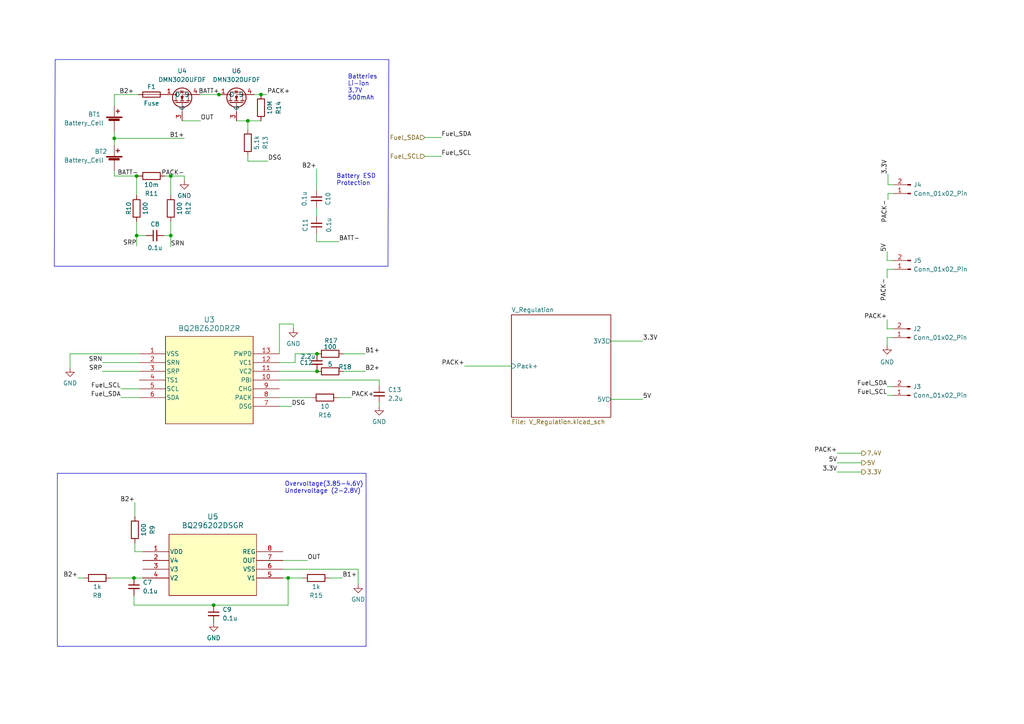
<source format=kicad_sch>
(kicad_sch (version 20230121) (generator eeschema)
  (paper "A4")
  (lib_symbols
    (symbol "Connector:Conn_01x02_Pin" (pin_names (offset 1.016) hide)
      (property "Reference" "J" (at 0 2.54 0))
      (property "Value" "Conn_01x02_Pin" (at 0 -5.08 0))
      (symbol "Conn_01x02_Pin_1_1"
        (polyline (pts (xy 1.27 -2.54) (xy 0.8636 -2.54)) (stroke (width 0.1524)))
        (polyline (pts (xy 1.27 0) (xy 0.8636 0)) (stroke (width 0.1524)))
        (rectangle (start 0.8636 -2.413) (end 0 -2.667) (stroke (width 0.1524)) (fill (type outline)))
        (rectangle (start 0.8636 0.127) (end 0 -0.127) (stroke (width 0.1524)) (fill (type outline)))
        (pin passive line (at 5.08 0 180) (length 3.81) (name "Pin_1") (number "1"))
        (pin passive line (at 5.08 -2.54 180) (length 3.81) (name "Pin_2") (number "2"))
      )
    )
    (symbol "Device:Battery_Cell" (pin_numbers hide) (pin_names (offset 0) hide)
      (property "Reference" "BT" (at 2.54 2.54 0))
      (property "Value" "Battery_Cell" (at 2.54 0 0))
      (symbol "Battery_Cell_0_1"
        (rectangle (start -2.286 1.778) (end 2.286 1.524) (fill (type outline)))
        (rectangle (start -1.5748 1.1938) (end 1.4732 0.6858) (fill (type outline)))
        (polyline (pts (xy 0 0.762) (xy 0 0)))
        (polyline (pts (xy 0 1.778) (xy 0 2.54)))
        (polyline (pts (xy 0.508 3.429) (xy 1.524 3.429)) (stroke (width 0.254)))
        (polyline (pts (xy 1.016 3.937) (xy 1.016 2.921)) (stroke (width 0.254)))
      )
      (symbol "Battery_Cell_1_1"
        (pin passive line (at 0 5.08 270) (length 2.54) (name "+") (number "1"))
        (pin passive line (at 0 -2.54 90) (length 2.54) (name "-") (number "2"))
      )
    )
    (symbol "Device:C_Small" (pin_numbers hide) (pin_names (offset 0.254) hide)
      (property "Reference" "C" (at 0.254 1.778 0))
      (property "Value" "C_Small" (at 0.254 -2.032 0))
      (symbol "C_Small_0_1"
        (polyline (pts (xy -1.524 -0.508) (xy 1.524 -0.508)) (stroke (width 0.3302)))
        (polyline (pts (xy -1.524 0.508) (xy 1.524 0.508)) (stroke (width 0.3048)))
      )
      (symbol "C_Small_1_1"
        (pin passive line (at 0 2.54 270) (length 2.032) (name "~") (number "1"))
        (pin passive line (at 0 -2.54 90) (length 2.032) (name "~") (number "2"))
      )
    )
    (symbol "Device:Fuse" (pin_numbers hide) (pin_names (offset 0))
      (property "Reference" "F" (at 2.032 0 90))
      (property "Value" "Fuse" (at -1.905 0 90))
      (symbol "Fuse_0_1"
        (rectangle (start -0.762 -2.54) (end 0.762 2.54) (stroke (width 0.254)))
        (polyline (pts (xy 0 2.54) (xy 0 -2.54)))
      )
      (symbol "Fuse_1_1"
        (pin passive line (at 0 3.81 270) (length 1.27) (name "~") (number "1"))
        (pin passive line (at 0 -3.81 90) (length 1.27) (name "~") (number "2"))
      )
    )
    (symbol "Device:R" (pin_numbers hide) (pin_names (offset 0))
      (property "Reference" "R" (at 2.032 0 90))
      (property "Value" "R" (at 0 0 90))
      (symbol "R_0_1"
        (rectangle (start -1.016 -2.54) (end 1.016 2.54) (stroke (width 0.254)))
      )
      (symbol "R_1_1"
        (pin passive line (at 0 3.81 270) (length 1.27) (name "~") (number "1"))
        (pin passive line (at 0 -3.81 90) (length 1.27) (name "~") (number "2"))
      )
    )
    (symbol "PPJA138K_1"
      (property "Reference" "U" (at 0 12.7 0))
      (property "Value" "PPJA138K" (at 0 15.24 0))
      (symbol "PPJA138K_1_0_1"
        (polyline (pts (xy -1.27 0) (xy -4.064 0)))
        (polyline (pts (xy -1.27 1.905) (xy -1.27 -1.905)) (stroke (width 0.254)))
        (polyline (pts (xy -0.762 -1.27) (xy -0.762 -2.286)) (stroke (width 0.254)))
        (polyline (pts (xy -0.762 0.508) (xy -0.762 -0.508)) (stroke (width 0.254)))
        (polyline (pts (xy -0.762 2.286) (xy -0.762 1.27)) (stroke (width 0.254)))
        (polyline (pts (xy 1.016 2.54) (xy 1.016 1.778)))
        (polyline (pts (xy 1.016 -2.54) (xy 1.016 0) (xy -0.762 0)))
        (polyline (pts (xy -0.762 -1.778) (xy 1.778 -1.778) (xy 1.778 1.778) (xy -0.762 1.778)))
        (polyline (pts (xy -0.508 0) (xy 0.508 0.381) (xy 0.508 -0.381) (xy -0.508 0)) (fill (type outline)))
        (polyline (pts (xy 1.27 0.508) (xy 1.397 0.381) (xy 2.159 0.381) (xy 2.286 0.254)))
        (polyline (pts (xy 1.778 0.381) (xy 1.397 -0.254) (xy 2.159 -0.254) (xy 1.778 0.381)))
        (circle (center 0.127 0) (radius 2.794) (stroke (width 0.254)))
        (circle (center 1.016 -1.778) (radius 0.254) (fill (type outline)))
        (circle (center 1.016 1.778) (radius 0.254) (fill (type outline)))
      )
      (symbol "PPJA138K_1_1_1"
        (pin passive line (at 1.016 5.08 270) (length 2.54) (name "D") (number "1"))
        (pin input line (at -6.604 0 0) (length 2.54) (name "G") (number "3"))
        (pin passive line (at 1.016 -5.08 90) (length 2.54) (name "S") (number "4"))
      )
    )
    (symbol "SmallSat-Peripherals-Board:BQ28Z620DRZR" (pin_names (offset 0.254))
      (property "Reference" "U" (at 20.32 10.16 0))
      (property "Value" "BQ28Z620DRZR" (at 20.32 7.62 0))
      (symbol "BQ28Z620DRZR_0_1"
        (polyline (pts (xy 7.62 5.08) (xy 7.62 -20.32)) (stroke (width 0.127)))
        (polyline (pts (xy 33.02 -20.32) (xy 33.02 5.08)) (stroke (width 0.127)))
        (polyline (pts (xy 33.02 5.08) (xy 7.62 5.08)) (stroke (width 0.127)))
        (pin power_in line (at 0 0 0) (length 7.62) (name "VSS") (number "1"))
        (pin power_in line (at 40.64 -7.62 180) (length 7.62) (name "PBI") (number "10"))
        (pin input line (at 40.64 -5.08 180) (length 7.62) (name "VC2") (number "11"))
        (pin input line (at 40.64 -2.54 180) (length 7.62) (name "VC1") (number "12"))
        (pin power_out line (at 40.64 0 180) (length 7.62) (name "PWPD") (number "13"))
        (pin input line (at 0 -2.54 0) (length 7.62) (name "SRN") (number "2"))
        (pin input line (at 0 -5.08 0) (length 7.62) (name "SRP") (number "3"))
        (pin input line (at 0 -7.62 0) (length 7.62) (name "TS1") (number "4"))
        (pin bidirectional line (at 0 -10.16 0) (length 7.62) (name "SCL") (number "5"))
        (pin bidirectional line (at 0 -12.7 0) (length 7.62) (name "SDA") (number "6"))
        (pin output line (at 40.64 -15.24 180) (length 7.62) (name "DSG") (number "7"))
        (pin input line (at 40.64 -12.7 180) (length 7.62) (name "PACK") (number "8"))
        (pin output line (at 40.64 -10.16 180) (length 7.62) (name "CHG") (number "9"))
      )
      (symbol "BQ28Z620DRZR_1_1"
        (rectangle (start 7.62 5.08) (end 33.02 -20.32) (fill (type background)))
      )
    )
    (symbol "SmallSat-Peripherals-Board:BQ296202DSGR" (pin_names (offset 0.254))
      (property "Reference" "U" (at -1.524 13.208 0))
      (property "Value" "BQ296202DSGR" (at -1.524 10.668 0))
      (symbol "BQ296202DSGR_0_1"
        (polyline (pts (xy -14.224 -9.652) (xy 11.176 -9.652)) (stroke (width 0.127)))
        (polyline (pts (xy -14.224 8.128) (xy -14.224 -9.652)) (stroke (width 0.127)))
        (polyline (pts (xy 11.176 8.128) (xy -14.224 8.128)) (stroke (width 0.127)))
        (pin power_in line (at -21.844 3.048 0) (length 7.62) (name "VDD") (number "1"))
        (pin input line (at -21.844 0.508 0) (length 7.62) (name "V4") (number "2"))
        (pin input line (at -21.844 -2.032 0) (length 7.62) (name "V3") (number "3"))
        (pin input line (at -21.844 -4.572 0) (length 7.62) (name "V2") (number "4"))
        (pin input line (at 18.796 -4.572 180) (length 7.62) (name "V1") (number "5"))
        (pin power_in line (at 18.796 -2.032 180) (length 7.62) (name "VSS") (number "6"))
        (pin output line (at 18.796 0.508 180) (length 7.62) (name "OUT") (number "7"))
        (pin output line (at 18.796 3.048 180) (length 7.62) (name "REG") (number "8"))
      )
      (symbol "BQ296202DSGR_1_1"
        (rectangle (start -14.224 8.128) (end 11.176 -9.652) (fill (type background)))
      )
    )
    (symbol "SmallSat-Peripherals-Board:PPJA138K"
      (property "Reference" "U" (at 0 12.7 0))
      (property "Value" "PPJA138K" (at 0 15.24 0))
      (symbol "PPJA138K_0_1"
        (polyline (pts (xy -1.27 0) (xy -4.064 0)))
        (polyline (pts (xy -1.27 1.905) (xy -1.27 -1.905)) (stroke (width 0.254)))
        (polyline (pts (xy -0.762 -1.27) (xy -0.762 -2.286)) (stroke (width 0.254)))
        (polyline (pts (xy -0.762 0.508) (xy -0.762 -0.508)) (stroke (width 0.254)))
        (polyline (pts (xy -0.762 2.286) (xy -0.762 1.27)) (stroke (width 0.254)))
        (polyline (pts (xy 1.016 2.54) (xy 1.016 1.778)))
        (polyline (pts (xy 1.016 -2.54) (xy 1.016 0) (xy -0.762 0)))
        (polyline (pts (xy -0.762 -1.778) (xy 1.778 -1.778) (xy 1.778 1.778) (xy -0.762 1.778)))
        (polyline (pts (xy -0.508 0) (xy 0.508 0.381) (xy 0.508 -0.381) (xy -0.508 0)) (fill (type outline)))
        (polyline (pts (xy 1.27 0.508) (xy 1.397 0.381) (xy 2.159 0.381) (xy 2.286 0.254)))
        (polyline (pts (xy 1.778 0.381) (xy 1.397 -0.254) (xy 2.159 -0.254) (xy 1.778 0.381)))
        (circle (center 0.127 0) (radius 2.794) (stroke (width 0.254)))
        (circle (center 1.016 -1.778) (radius 0.254) (fill (type outline)))
        (circle (center 1.016 1.778) (radius 0.254) (fill (type outline)))
      )
      (symbol "PPJA138K_1_1"
        (pin passive line (at 1.016 5.08 270) (length 2.54) (name "D") (number "1"))
        (pin input line (at -6.604 0 0) (length 2.54) (name "G") (number "3"))
        (pin passive line (at 1.016 -5.08 90) (length 2.54) (name "S") (number "4"))
      )
    )
    (symbol "power:GND" (power) (pin_names (offset 0))
      (property "Value" "GND" (at 0 -3.81 0))
      (symbol "GND_0_1"
        (polyline (pts (xy 0 0) (xy 0 -1.27) (xy 1.27 -1.27) (xy 0 -2.54) (xy -1.27 -1.27) (xy 0 -1.27)))
      )
      (symbol "GND_1_1"
        (pin power_in line (at 0 0 270) (length 0) hide (name "GND") (number "1"))
      )
    )
  )
  (junction (at 63.5 27.432))
  (junction (at 83.566 167.64))
  (junction (at 91.948 102.616))
  (junction (at 39.624 51.054))
  (junction (at 71.882 35.052))
  (junction (at 39.624 68.326))
  (junction (at 75.692 27.432))
  (junction (at 61.976 175.514))
  (junction (at 91.948 107.696))
  (junction (at 49.53 68.326))
  (junction (at 33.147 40.132))
  (junction (at 49.53 51.054))
  (junction (at 38.862 167.64))
  (wire (pts (xy 75.692 27.432) (xy 77.47 27.432)))
  (wire (pts (xy 20.32 102.616) (xy 20.32 106.68)))
  (wire (pts (xy 91.821 49.022) (xy 91.821 55.118)))
  (wire (pts (xy 259.08 75.565) (xy 257.302 75.565)))
  (wire (pts (xy 35.052 112.776) (xy 40.386 112.776)))
  (wire (pts (xy 81.026 117.856) (xy 84.582 117.856)))
  (wire (pts (xy 81.026 115.316) (xy 90.424 115.316)))
  (wire (pts (xy 258.953 95.377) (xy 257.302 95.377)))
  (wire (pts (xy 39.624 68.326) (xy 42.418 68.326)))
  (wire (pts (xy 257.302 78.105) (xy 257.302 80.645)))
  (polyline (pts (xy 16.637 187.452) (xy 16.637 137.287)))
  (wire (pts (xy 242.824 136.906) (xy 249.936 136.906)))
  (wire (pts (xy 81.026 105.156) (xy 85.598 105.156)))
  (polyline (pts (xy 112.522 77.216) (xy 15.748 77.216)))
  (wire (pts (xy 85.598 102.616) (xy 91.948 102.616)))
  (wire (pts (xy 81.026 93.98) (xy 85.09 93.98)))
  (wire (pts (xy 258.953 112.141) (xy 257.302 112.141)))
  (wire (pts (xy 82.042 165.1) (xy 103.886 165.1)))
  (polyline (pts (xy 106.172 187.452) (xy 16.637 187.452)))
  (wire (pts (xy 258.953 114.681) (xy 257.302 114.681)))
  (wire (pts (xy 33.147 38.227) (xy 33.147 40.132)))
  (wire (pts (xy 128.016 39.878) (xy 123.19 39.878)))
  (wire (pts (xy 81.026 107.696) (xy 91.948 107.696)))
  (wire (pts (xy 95.504 167.64) (xy 99.314 167.64)))
  (wire (pts (xy 53.467 51.054) (xy 53.467 52.324)))
  (wire (pts (xy 33.147 27.432) (xy 40.132 27.432)))
  (wire (pts (xy 41.402 160.02) (xy 39.116 160.02)))
  (wire (pts (xy 39.624 51.054) (xy 39.624 56.642)))
  (wire (pts (xy 40.386 102.616) (xy 20.32 102.616)))
  (wire (pts (xy 91.821 67.818) (xy 91.821 70.104)))
  (wire (pts (xy 38.862 172.72) (xy 38.862 175.514)))
  (wire (pts (xy 33.147 49.657) (xy 33.147 51.054)))
  (wire (pts (xy 83.566 167.64) (xy 87.884 167.64)))
  (wire (pts (xy 29.718 105.156) (xy 40.386 105.156)))
  (wire (pts (xy 49.53 68.326) (xy 49.53 64.262)))
  (wire (pts (xy 40.386 107.696) (xy 29.718 107.696)))
  (wire (pts (xy 49.53 51.054) (xy 53.467 51.054)))
  (wire (pts (xy 61.976 175.514) (xy 83.566 175.514)))
  (wire (pts (xy 71.882 46.736) (xy 77.724 46.736)))
  (wire (pts (xy 242.824 131.445) (xy 249.936 131.445)))
  (wire (pts (xy 39.624 64.262) (xy 39.624 68.326)))
  (polyline (pts (xy 112.776 17.272) (xy 112.522 77.216)))
  (wire (pts (xy 49.53 51.054) (xy 49.53 56.642)))
  (wire (pts (xy 35.052 115.316) (xy 40.386 115.316)))
  (wire (pts (xy 109.982 110.236) (xy 109.982 111.76)))
  (wire (pts (xy 39.116 160.02) (xy 39.116 157.48)))
  (wire (pts (xy 83.566 167.64) (xy 83.566 175.514)))
  (wire (pts (xy 257.302 97.917) (xy 257.302 100.203)))
  (polyline (pts (xy 16.002 17.272) (xy 112.776 17.272)))
  (wire (pts (xy 85.09 93.98) (xy 85.09 95.25)))
  (wire (pts (xy 73.66 27.432) (xy 75.692 27.432)))
  (wire (pts (xy 134.747 106.172) (xy 148.336 106.172)))
  (wire (pts (xy 103.886 165.1) (xy 103.886 169.418)))
  (wire (pts (xy 82.042 162.56) (xy 89.154 162.56)))
  (polyline (pts (xy 106.172 137.287) (xy 106.172 187.452)))
  (wire (pts (xy 109.982 116.84) (xy 109.982 117.856)))
  (wire (pts (xy 81.026 110.236) (xy 109.982 110.236)))
  (wire (pts (xy 82.042 167.64) (xy 83.566 167.64)))
  (wire (pts (xy 259.08 56.134) (xy 257.556 56.134)))
  (wire (pts (xy 259.08 78.105) (xy 257.302 78.105)))
  (wire (pts (xy 39.116 145.796) (xy 39.116 149.86)))
  (wire (pts (xy 33.147 40.132) (xy 53.467 40.132)))
  (polyline (pts (xy 16.637 137.287) (xy 106.172 137.287)))
  (wire (pts (xy 81.026 102.616) (xy 81.026 93.98)))
  (wire (pts (xy 63.5 27.432) (xy 63.627 27.432)))
  (wire (pts (xy 52.832 35.052) (xy 58.166 35.052)))
  (wire (pts (xy 32.004 167.64) (xy 38.862 167.64)))
  (wire (pts (xy 98.044 115.316) (xy 101.854 115.316)))
  (wire (pts (xy 85.598 105.156) (xy 85.598 102.616)))
  (wire (pts (xy 258.953 97.917) (xy 257.302 97.917)))
  (wire (pts (xy 242.824 134.239) (xy 249.936 134.239)))
  (wire (pts (xy 38.862 175.514) (xy 61.976 175.514)))
  (wire (pts (xy 128.016 45.339) (xy 123.19 45.339)))
  (wire (pts (xy 47.752 51.054) (xy 49.53 51.054)))
  (wire (pts (xy 38.862 167.64) (xy 41.402 167.64)))
  (polyline (pts (xy 16.002 17.272) (xy 15.748 77.216)))
  (wire (pts (xy 257.302 95.377) (xy 257.302 92.71)))
  (wire (pts (xy 257.302 75.565) (xy 257.302 73.025)))
  (wire (pts (xy 91.821 60.198) (xy 91.821 62.738)))
  (wire (pts (xy 177.165 115.824) (xy 186.436 115.824)))
  (wire (pts (xy 49.53 68.326) (xy 49.53 71.628)))
  (wire (pts (xy 68.58 35.052) (xy 71.882 35.052)))
  (wire (pts (xy 39.624 51.054) (xy 40.132 51.054)))
  (wire (pts (xy 33.147 51.054) (xy 39.624 51.054)))
  (wire (pts (xy 91.821 70.104) (xy 98.298 70.104)))
  (wire (pts (xy 71.882 45.212) (xy 71.882 46.736)))
  (wire (pts (xy 257.556 56.134) (xy 257.556 57.912)))
  (wire (pts (xy 99.568 107.696) (xy 105.918 107.696)))
  (wire (pts (xy 33.147 40.132) (xy 33.147 42.037)))
  (wire (pts (xy 71.882 35.052) (xy 71.882 37.592)))
  (wire (pts (xy 39.624 68.326) (xy 39.624 71.374)))
  (wire (pts (xy 99.568 102.616) (xy 105.918 102.616)))
  (wire (pts (xy 257.556 50.546) (xy 257.556 53.594)))
  (wire (pts (xy 71.882 35.052) (xy 75.692 35.052)))
  (wire (pts (xy 257.556 53.594) (xy 259.08 53.594)))
  (wire (pts (xy 57.912 27.432) (xy 63.5 27.432)))
  (wire (pts (xy 33.147 30.607) (xy 33.147 27.432)))
  (wire (pts (xy 22.606 167.64) (xy 24.384 167.64)))
  (wire (pts (xy 177.165 98.933) (xy 186.436 98.933)))
  (wire (pts (xy 47.498 68.326) (xy 49.53 68.326)))
  (text "Battery ESD\nProtection" (at 97.536 53.975 0) (effects (font (size 1.27 1.27)) (justify left bottom)))
  (text "Batteries\nLi-ion\n3.7V\n500mAh" (at 100.838 29.21 0) (effects (font (size 1.27 1.27)) (justify left bottom)))
  (text "Overvoltage(3.85-4.6V)\nUndervoltage (2-2.8V)" (at 82.55 143.256 0) (effects (font (size 1.27 1.27)) (justify left bottom)))
  (label "SRP" (at 29.718 107.696 180))
  (label "5V" (at 242.824 134.239 180))
  (label "PACK+" (at 134.747 106.172 180))
  (label "SRP" (at 39.624 71.374 180))
  (label "Fuel_SCL" (at 35.052 112.776 180))
  (label "B1+" (at 99.314 167.64 0))
  (label "DSG" (at 84.582 117.856 0))
  (label "SRN" (at 49.53 71.628 0))
  (label "Fuel_SDA" (at 257.302 112.141 180))
  (label "PACK+" (at 257.302 92.71 180))
  (label "B1+" (at 53.467 40.132 180))
  (label "PACK+" (at 101.854 115.316 0))
  (label "B2+" (at 91.821 49.022 180))
  (label "B2+" (at 38.862 27.432 180))
  (label "Fuel_SCL" (at 257.302 114.681 180))
  (label "B2+" (at 39.116 145.796 180))
  (label "DSG" (at 77.724 46.736 0))
  (label "Fuel_SCL" (at 128.016 45.339 0))
  (label "3.3V" (at 242.824 136.906 180))
  (label "B1+" (at 105.918 102.616 0))
  (label "PACK-" (at 257.302 80.645 270))
  (label "OUT" (at 58.166 35.052 0))
  (label "BATT-" (at 98.298 70.104 0))
  (label "BATT+" (at 63.627 27.432 180))
  (label "B2+" (at 22.606 167.64 180))
  (label "PACK+" (at 77.47 27.432 0))
  (label "3.3V" (at 257.556 50.546 90))
  (label "PACK-" (at 257.556 57.912 270))
  (label "Fuel_SDA" (at 128.016 39.878 0))
  (label "5V" (at 257.302 73.025 90))
  (label "3.3V" (at 186.436 98.933 0))
  (label "BATT-" (at 40.132 51.054 180))
  (label "PACK-" (at 53.467 51.054 180))
  (label "OUT" (at 89.154 162.56 0))
  (label "Fuel_SDA" (at 35.052 115.316 180))
  (label "5V" (at 186.436 115.824 0))
  (label "B2+" (at 105.918 107.696 0))
  (label "PACK+" (at 242.824 131.445 180))
  (label "SRN" (at 29.718 105.156 180))
  (hierarchical_label "7.4V" (shape output) (at 249.936 131.445 0))
  (hierarchical_label "Fuel_SDA" (shape input) (at 123.19 39.878 180))
  (hierarchical_label "3.3V" (shape output) (at 249.936 136.906 0))
  (hierarchical_label "5V" (shape output) (at 249.936 134.239 0))
  (hierarchical_label "Fuel_SCL" (shape input) (at 123.19 45.339 180))
  (symbol (lib_id "Device:R") (at 39.624 60.452 180) (unit 1)
    (property "Reference" "R10" (at 37.338 60.452 90))
    (property "Value" "100" (at 42.164 60.452 90))
    (property "Footprint" "Resistor_SMD:R_1206_3216Metric" (effects hide))
  )
  (symbol (lib_id "Device:C_Small") (at 91.821 57.658 0) (unit 1)
    (property "Reference" "C10" (at 95.123 57.658 90))
    (property "Value" "0.1u" (at 88.265 57.658 90))
    (property "Footprint" "Capacitor_SMD:C_1206_3216Metric" (effects hide))
  )
  (symbol (lib_id "Device:R") (at 28.194 167.64 90) (unit 1)
    (property "Reference" "R8" (at 28.194 172.72 90))
    (property "Value" "1k" (at 28.194 170.18 90))
    (property "Footprint" "Resistor_SMD:R_1206_3216Metric" (effects hide))
  )
  (symbol (lib_id "Device:C_Small") (at 44.958 68.326 90) (unit 1)
    (property "Reference" "C8" (at 44.958 65.024 90))
    (property "Value" "0.1u" (at 44.958 71.882 90))
    (property "Footprint" "Capacitor_SMD:C_1206_3216Metric" (effects hide))
  )
  (symbol (lib_id "Device:R") (at 95.758 107.696 90) (unit 1)
    (property "Reference" "R18" (at 100.076 106.426 90))
    (property "Value" "5" (at 95.758 105.664 90))
    (property "Footprint" "Resistor_SMD:R_1206_3216Metric" (effects hide))
  )
  (symbol (lib_id "Device:Fuse") (at 43.942 27.432 90) (unit 1)
    (property "Reference" "F1" (at 43.942 25.146 90))
    (property "Value" "Fuse" (at 43.942 29.972 90))
    (property "Footprint" "Fuse:Fuse_1206_3216Metric" (effects hide))
  )
  (symbol (lib_id "Device:R") (at 91.694 167.64 90) (unit 1)
    (property "Reference" "R15" (at 91.694 172.72 90))
    (property "Value" "1k" (at 91.694 170.18 90))
    (property "Footprint" "Resistor_SMD:R_1206_3216Metric" (effects hide))
  )
  (symbol (lib_id "power:GND") (at 61.976 180.594 0) (unit 1)
    (property "Reference" "#PWR016" (effects hide))
    (property "Value" "GND" (at 61.976 185.039 0))
  )
  (symbol (lib_id "power:GND") (at 257.302 100.203 0) (unit 1)
    (property "Reference" "#PWR020" (effects hide))
    (property "Value" "GND" (at 257.302 105.029 0))
  )
  (symbol (lib_id "power:GND") (at 20.32 106.68 0) (unit 1)
    (property "Reference" "#PWR014" (effects hide))
    (property "Value" "GND" (at 20.32 111.125 0))
  )
  (symbol (lib_id "Device:R") (at 49.53 60.452 180) (unit 1)
    (property "Reference" "R12" (at 54.61 60.452 90))
    (property "Value" "100" (at 52.07 60.452 90))
    (property "Footprint" "Resistor_SMD:R_1206_3216Metric" (effects hide))
  )
  (symbol (lib_name "PPJA138K_1") (lib_id "SmallSat-Peripherals-Board:PPJA138K") (at 52.832 28.448 90) (unit 1)
    (property "Reference" "U4" (at 52.832 20.574 90))
    (property "Value" "DMN3020UFDF" (at 52.832 23.114 90))
    (property "Footprint" "Package_DFN_QFN:DFN-6-1EP_2x2mm_P0.5mm_EP0.6x1.37mm" (effects hide))
    (property "Datasheet" "https://www.diodes.com/assets/Datasheets/DMN3020UFDF.pdf" (effects hide))
  )
  (symbol (lib_id "Device:R") (at 94.234 115.316 90) (unit 1)
    (property "Reference" "R16" (at 94.234 120.396 90))
    (property "Value" "10" (at 94.234 117.856 90))
    (property "Footprint" "Resistor_SMD:R_1206_3216Metric" (effects hide))
  )
  (symbol (lib_id "SmallSat-Peripherals-Board:BQ28Z620DRZR") (at 40.386 102.616 0) (unit 1)
    (property "Reference" "U3" (at 60.706 92.71 0) (effects (font (size 1.524 1.524))))
    (property "Value" "BQ28Z620DRZR" (at 60.706 95.25 0) (effects (font (size 1.524 1.524))))
    (property "Footprint" "Peripheral_Footprints_Rev1:BQ28Z620DRZR" (effects hide))
    (property "Datasheet" "https://www.ti.com/lit/ds/symlink/bq28z620.pdf?ts=1707609817811" (effects hide))
  )
  (symbol (lib_id "Device:R") (at 71.882 41.402 180) (unit 1)
    (property "Reference" "R13" (at 76.962 41.402 90))
    (property "Value" "5.1k" (at 74.422 41.402 90))
    (property "Footprint" "Resistor_SMD:R_1206_3216Metric" (effects hide))
  )
  (symbol (lib_id "SmallSat-Peripherals-Board:PPJA138K") (at 68.58 28.448 90) (unit 1)
    (property "Reference" "U6" (at 68.58 20.574 90))
    (property "Value" "DMN3020UFDF" (at 68.58 23.114 90))
    (property "Footprint" "Package_DFN_QFN:DFN-6-1EP_2x2mm_P0.5mm_EP0.6x1.37mm" (effects hide))
    (property "Datasheet" "https://www.diodes.com/assets/Datasheets/DMN3020UFDF.pdf" (effects hide))
  )
  (symbol (lib_id "Device:R") (at 39.116 153.67 180) (unit 1)
    (property "Reference" "R9" (at 44.196 153.67 90))
    (property "Value" "100" (at 41.656 153.67 90))
    (property "Footprint" "Resistor_SMD:R_1206_3216Metric" (effects hide))
  )
  (symbol (lib_id "Connector:Conn_01x02_Pin") (at 264.16 56.134 180) (unit 1)
    (property "Reference" "J4" (at 264.922 53.594 0) (effects (justify right)))
    (property "Value" "Conn_01x02_Pin" (at 264.922 56.134 0) (effects (justify right)))
    (property "Footprint" "Connector_PinSocket_2.54mm:PinSocket_1x02_P2.54mm_Vertical" (effects hide))
  )
  (symbol (lib_id "Device:C_Small") (at 38.862 170.18 0) (unit 1)
    (property "Reference" "C7" (at 41.402 168.9162 0) (effects (justify left)))
    (property "Value" "0.1u" (at 41.402 171.4562 0) (effects (justify left)))
    (property "Footprint" "Capacitor_SMD:C_1206_3216Metric" (effects hide))
  )
  (symbol (lib_id "SmallSat-Peripherals-Board:BQ296202DSGR") (at 63.246 163.068 0) (unit 1)
    (property "Reference" "U5" (at 61.722 149.86 0) (effects (font (size 1.524 1.524))))
    (property "Value" "BQ296202DSGR" (at 61.722 152.4 0) (effects (font (size 1.524 1.524))))
    (property "Footprint" "Peripheral_Footprints_Rev1:BQ2962" (effects hide))
    (property "Datasheet" "https://www.ti.com/lit/ds/symlink/bq2962.pdf?ts=1707650538218&ref_url=https%253A%252F%252Fwww.mouser.de%252F" (effects hide))
  )
  (symbol (lib_id "Device:C_Small") (at 61.976 178.054 0) (unit 1)
    (property "Reference" "C9" (at 64.516 176.7902 0) (effects (justify left)))
    (property "Value" "0.1u" (at 64.516 179.3302 0) (effects (justify left)))
    (property "Footprint" "Capacitor_SMD:C_1206_3216Metric" (effects hide))
  )
  (symbol (lib_id "Device:C_Small") (at 109.982 114.3 0) (unit 1)
    (property "Reference" "C13" (at 112.522 113.0362 0) (effects (justify left)))
    (property "Value" "2.2u" (at 112.522 115.5762 0) (effects (justify left)))
    (property "Footprint" "Capacitor_SMD:C_1206_3216Metric" (effects hide))
  )
  (symbol (lib_id "Connector:Conn_01x02_Pin") (at 264.033 114.681 180) (unit 1)
    (property "Reference" "J3" (at 264.795 112.141 0) (effects (justify right)))
    (property "Value" "Conn_01x02_Pin" (at 264.795 114.681 0) (effects (justify right)))
    (property "Footprint" "Connector_PinSocket_2.54mm:PinSocket_1x02_P2.54mm_Vertical" (effects hide))
  )
  (symbol (lib_id "power:GND") (at 85.09 95.25 0) (unit 1)
    (property "Reference" "#PWR017" (effects hide))
    (property "Value" "GND" (at 85.09 99.695 0))
  )
  (symbol (lib_id "power:GND") (at 53.467 52.324 0) (unit 1)
    (property "Reference" "#PWR015" (effects hide))
    (property "Value" "GND" (at 53.467 56.769 0))
  )
  (symbol (lib_id "Device:R") (at 43.942 51.054 90) (unit 1)
    (property "Reference" "R11" (at 43.942 56.134 90))
    (property "Value" "10m" (at 43.942 53.594 90))
    (property "Footprint" "Resistor_SMD:R_1206_3216Metric" (effects hide))
  )
  (symbol (lib_id "power:GND") (at 103.886 169.418 0) (unit 1)
    (property "Reference" "#PWR018" (effects hide))
    (property "Value" "GND" (at 103.886 173.863 0))
  )
  (symbol (lib_id "Connector:Conn_01x02_Pin") (at 264.16 78.105 180) (unit 1)
    (property "Reference" "J5" (at 264.922 75.565 0) (effects (justify right)))
    (property "Value" "Conn_01x02_Pin" (at 264.922 78.105 0) (effects (justify right)))
    (property "Footprint" "Connector_PinSocket_2.54mm:PinSocket_1x02_P2.54mm_Vertical" (effects hide))
  )
  (symbol (lib_id "Device:C_Small") (at 91.948 105.156 0) (unit 1)
    (property "Reference" "C12" (at 86.868 105.156 0) (effects (justify left)))
    (property "Value" "2.2u" (at 87.122 103.378 0) (effects (justify left)))
    (property "Footprint" "Capacitor_SMD:C_1206_3216Metric" (effects hide))
  )
  (symbol (lib_id "Device:R") (at 75.692 31.242 180) (unit 1)
    (property "Reference" "R14" (at 80.772 31.242 90))
    (property "Value" "10M" (at 78.232 31.242 90))
    (property "Footprint" "Resistor_SMD:R_1206_3216Metric" (effects hide))
  )
  (symbol (lib_id "Device:R") (at 95.758 102.616 90) (unit 1)
    (property "Reference" "R17" (at 96.012 98.806 90))
    (property "Value" "100" (at 95.758 100.584 90))
    (property "Footprint" "Resistor_SMD:R_1206_3216Metric" (effects hide))
  )
  (symbol (lib_id "Device:Battery_Cell") (at 33.147 35.687 0) (unit 1)
    (property "Reference" "BT1" (at 25.527 33.147 0) (effects (justify left)))
    (property "Value" "Battery_Cell" (at 18.542 35.687 0) (effects (justify left)))
    (property "Footprint" "Battery:BatteryHolder_Keystone_1042_1x18650" (effects hide))
  )
  (symbol (lib_id "power:GND") (at 109.982 117.856 0) (unit 1)
    (property "Reference" "#PWR019" (effects hide))
    (property "Value" "GND" (at 109.982 122.301 0))
  )
  (symbol (lib_id "Device:Battery_Cell") (at 33.147 47.117 0) (unit 1)
    (property "Reference" "BT2" (at 27.432 43.942 0) (effects (justify left)))
    (property "Value" "Battery_Cell" (at 18.542 46.482 0) (effects (justify left)))
    (property "Footprint" "Battery:BatteryHolder_Keystone_1042_1x18650" (effects hide))
  )
  (symbol (lib_id "Device:C_Small") (at 91.821 65.278 180) (unit 1)
    (property "Reference" "C11" (at 88.519 65.278 90))
    (property "Value" "0.1u" (at 95.377 65.278 90))
    (property "Footprint" "Capacitor_SMD:C_1206_3216Metric" (effects hide))
  )
  (symbol (lib_id "Connector:Conn_01x02_Pin") (at 264.033 97.917 180) (unit 1)
    (property "Reference" "J2" (at 264.795 95.377 0) (effects (justify right)))
    (property "Value" "Conn_01x02_Pin" (at 264.795 97.917 0) (effects (justify right)))
    (property "Footprint" "Connector_PinSocket_2.54mm:PinSocket_1x02_P2.54mm_Vertical" (effects hide))
  )
  (sheet (at 148.336 91.313) (size 28.829 29.718) (stroke (width 0.1524))
    (property "Sheetname" "V_Regulation" (at 148.336 90.6014 0) (effects (justify left bottom)))
    (property "Sheetfile" "V_Regulation.kicad_sch" (at 148.336 121.6156 0) (effects (justify left top)))
    (pin "Pack+" input (at 148.336 106.172 180))
    (pin "3V3" output (at 177.165 98.933 0))
    (pin "5V" output (at 177.165 115.824 0))
  )
)
</source>
